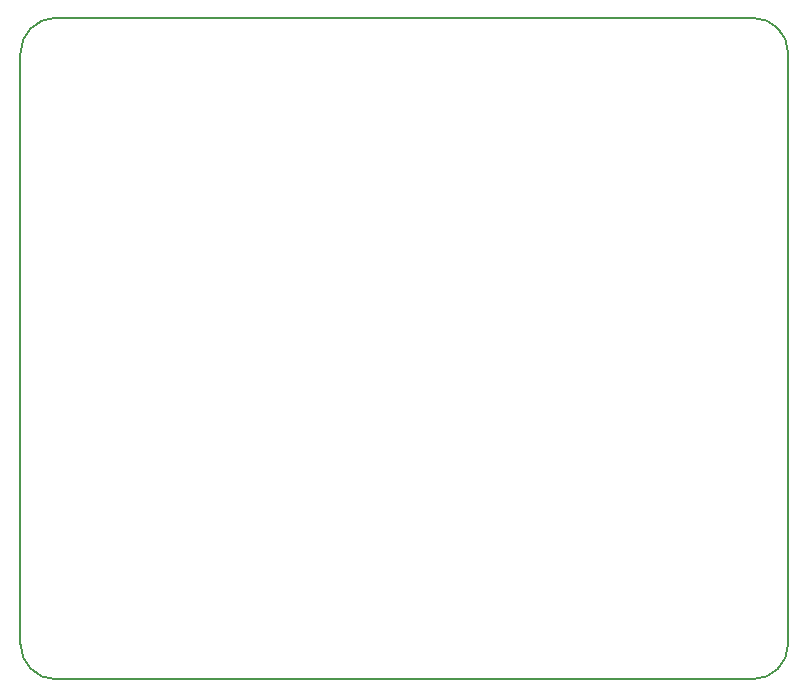
<source format=gm1>
%TF.GenerationSoftware,KiCad,Pcbnew,(6.0.2)*%
%TF.CreationDate,2022-03-23T10:00:19+00:00*%
%TF.ProjectId,pi_transceiver_hat,70695f74-7261-46e7-9363-65697665725f,1*%
%TF.SameCoordinates,Original*%
%TF.FileFunction,Profile,NP*%
%FSLAX46Y46*%
G04 Gerber Fmt 4.6, Leading zero omitted, Abs format (unit mm)*
G04 Created by KiCad (PCBNEW (6.0.2)) date 2022-03-23 10:00:19*
%MOMM*%
%LPD*%
G01*
G04 APERTURE LIST*
%TA.AperFunction,Profile*%
%ADD10C,0.200000*%
%TD*%
G04 APERTURE END LIST*
D10*
X169500000Y-73750000D02*
G75*
G03*
X166500000Y-70750000I-3000001J-1D01*
G01*
X107500000Y-70750000D02*
G75*
G03*
X104500000Y-73750000I1J-3000001D01*
G01*
X166500000Y-70750000D02*
X107500000Y-70750000D01*
X104500000Y-73750000D02*
X104500000Y-123750000D01*
X107500000Y-126750000D02*
X166500000Y-126750000D01*
X104500000Y-123750000D02*
G75*
G03*
X107500000Y-126750000I3000001J1D01*
G01*
X169500000Y-73750000D02*
X169500000Y-123750000D01*
X166500000Y-126750000D02*
G75*
G03*
X169500000Y-123750000I-1J3000001D01*
G01*
M02*

</source>
